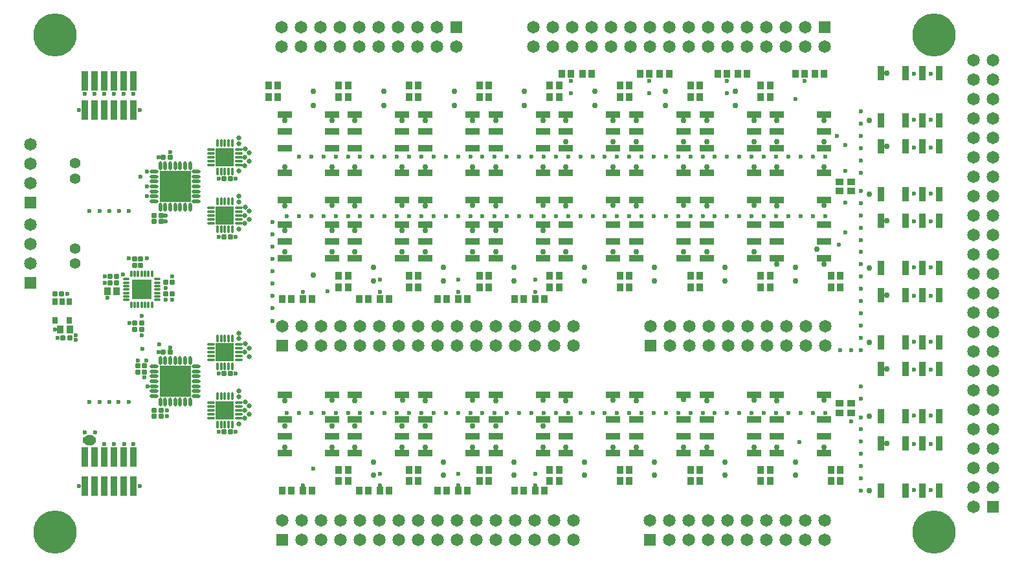
<source format=gts>
G04*
G04 #@! TF.GenerationSoftware,Altium Limited,Altium Designer,20.0.9 (164)*
G04*
G04 Layer_Color=8388736*
%FSLAX25Y25*%
%MOIN*%
G70*
G01*
G75*
%ADD34R,0.16063X0.16063*%
%ADD35O,0.03543X0.01378*%
%ADD36O,0.01378X0.03543*%
%ADD37R,0.10433X0.10433*%
%ADD38R,0.03937X0.03347*%
%ADD39O,0.03937X0.01575*%
%ADD40O,0.01575X0.03937*%
%ADD41R,0.09646X0.09646*%
G04:AMPARAMS|DCode=42|XSize=26.38mil|YSize=27.95mil|CornerRadius=8.07mil|HoleSize=0mil|Usage=FLASHONLY|Rotation=0.000|XOffset=0mil|YOffset=0mil|HoleType=Round|Shape=RoundedRectangle|*
%AMROUNDEDRECTD42*
21,1,0.02638,0.01181,0,0,0.0*
21,1,0.01024,0.02795,0,0,0.0*
1,1,0.01614,0.00512,-0.00591*
1,1,0.01614,-0.00512,-0.00591*
1,1,0.01614,-0.00512,0.00591*
1,1,0.01614,0.00512,0.00591*
%
%ADD42ROUNDEDRECTD42*%
%ADD43R,0.03347X0.07284*%
%ADD44O,0.04528X0.01772*%
%ADD45O,0.01772X0.04528*%
%ADD46R,0.03347X0.03937*%
%ADD47R,0.07284X0.03347*%
G04:AMPARAMS|DCode=48|XSize=26.38mil|YSize=27.95mil|CornerRadius=8.07mil|HoleSize=0mil|Usage=FLASHONLY|Rotation=90.000|XOffset=0mil|YOffset=0mil|HoleType=Round|Shape=RoundedRectangle|*
%AMROUNDEDRECTD48*
21,1,0.02638,0.01181,0,0,90.0*
21,1,0.01024,0.02795,0,0,90.0*
1,1,0.01614,0.00591,0.00512*
1,1,0.01614,0.00591,-0.00512*
1,1,0.01614,-0.00591,-0.00512*
1,1,0.01614,-0.00591,0.00512*
%
%ADD48ROUNDEDRECTD48*%
%ADD49R,0.03583X0.10039*%
%ADD50R,0.03091X0.03091*%
%ADD51R,0.02756X0.03740*%
%ADD52R,0.03425X0.04134*%
%ADD53R,0.06496X0.06496*%
%ADD54C,0.06496*%
%ADD55R,0.06496X0.06496*%
%ADD56C,0.05591*%
%ADD57C,0.02362*%
%ADD58C,0.02953*%
%ADD59C,0.03398*%
%ADD60C,0.02559*%
%ADD61C,0.22244*%
G36*
X39343Y61850D02*
X39354D01*
X39366Y61849D01*
X39377Y61848D01*
X39389Y61845D01*
X39400Y61843D01*
X39411Y61839D01*
X39423Y61837D01*
X39433Y61832D01*
X39444Y61829D01*
X40363Y61448D01*
X40374Y61443D01*
X40384Y61438D01*
X40394Y61432D01*
X40405Y61427D01*
X40414Y61420D01*
X40424Y61414D01*
X40433Y61406D01*
X40442Y61400D01*
X40450Y61392D01*
X40459Y61384D01*
X41162Y60681D01*
X41170Y60672D01*
X41178Y60664D01*
X41185Y60654D01*
X41193Y60645D01*
X41199Y60635D01*
X41206Y60626D01*
X41211Y60616D01*
X41217Y60606D01*
X41221Y60595D01*
X41227Y60585D01*
X41607Y59666D01*
X41611Y59655D01*
X41615Y59644D01*
X41618Y59633D01*
X41622Y59622D01*
X41623Y59610D01*
X41626Y59599D01*
X41627Y59587D01*
X41629Y59576D01*
Y59564D01*
X41630Y59552D01*
Y59055D01*
Y58558D01*
X41629Y58546D01*
Y58535D01*
X41627Y58523D01*
X41626Y58512D01*
X41623Y58500D01*
X41622Y58489D01*
X41618Y58478D01*
X41615Y58466D01*
X41611Y58455D01*
X41607Y58444D01*
X41227Y57526D01*
X41221Y57515D01*
X41217Y57504D01*
X41211Y57495D01*
X41206Y57484D01*
X41199Y57475D01*
X41193Y57465D01*
X41185Y57456D01*
X41178Y57447D01*
X41170Y57438D01*
X41162Y57429D01*
X40459Y56726D01*
X40450Y56719D01*
X40442Y56710D01*
X40433Y56704D01*
X40424Y56696D01*
X40414Y56690D01*
X40405Y56683D01*
X40394Y56678D01*
X40384Y56672D01*
X40374Y56667D01*
X40363Y56662D01*
X39444Y56282D01*
X39433Y56278D01*
X39423Y56273D01*
X39411Y56271D01*
X39400Y56267D01*
X39389Y56265D01*
X39377Y56263D01*
X39366Y56262D01*
X39354Y56260D01*
X39342D01*
X39331Y56259D01*
X38834D01*
X38787Y56263D01*
X38742Y56273D01*
X38699Y56291D01*
X38660Y56315D01*
X38624Y56346D01*
X38594Y56381D01*
X38583Y56400D01*
X38571Y56381D01*
X38541Y56346D01*
X38506Y56315D01*
X38466Y56291D01*
X38423Y56273D01*
X38378Y56263D01*
X38332Y56259D01*
X37834D01*
X37823Y56260D01*
X37811D01*
X37800Y56262D01*
X37788Y56263D01*
X37777Y56265D01*
X37765Y56267D01*
X37754Y56271D01*
X37743Y56273D01*
X37732Y56278D01*
X37721Y56282D01*
X36802Y56662D01*
X36792Y56667D01*
X36781Y56672D01*
X36771Y56678D01*
X36761Y56683D01*
X36751Y56690D01*
X36741Y56696D01*
X36733Y56704D01*
X36723Y56710D01*
X36715Y56719D01*
X36706Y56726D01*
X36003Y57429D01*
X35995Y57438D01*
X35987Y57447D01*
X35980Y57456D01*
X35973Y57465D01*
X35967Y57475D01*
X35960Y57484D01*
X35954Y57495D01*
X35948Y57504D01*
X35944Y57515D01*
X35939Y57526D01*
X35558Y58444D01*
X35554Y58455D01*
X35550Y58466D01*
X35547Y58478D01*
X35544Y58489D01*
X35542Y58500D01*
X35539Y58512D01*
X35538Y58523D01*
X35536Y58535D01*
Y58546D01*
X35535Y58558D01*
Y59055D01*
Y59552D01*
X35536Y59564D01*
Y59576D01*
X35538Y59587D01*
X35539Y59599D01*
X35542Y59610D01*
X35544Y59622D01*
X35547Y59633D01*
X35550Y59644D01*
X35554Y59655D01*
X35558Y59666D01*
X35939Y60585D01*
X35944Y60595D01*
X35948Y60606D01*
X35954Y60616D01*
X35960Y60626D01*
X35967Y60635D01*
X35973Y60645D01*
X35980Y60654D01*
X35987Y60664D01*
X35995Y60672D01*
X36003Y60681D01*
X36706Y61384D01*
X36715Y61392D01*
X36723Y61400D01*
X36733Y61406D01*
X36741Y61414D01*
X36751Y61420D01*
X36761Y61427D01*
X36771Y61432D01*
X36781Y61438D01*
X36792Y61443D01*
X36802Y61448D01*
X37721Y61829D01*
X37732Y61832D01*
X37743Y61837D01*
X37754Y61839D01*
X37765Y61843D01*
X37777Y61845D01*
X37788Y61848D01*
X37800Y61849D01*
X37811Y61850D01*
X37823D01*
X37834Y61851D01*
X38332D01*
X38378Y61848D01*
X38423Y61837D01*
X38466Y61819D01*
X38506Y61795D01*
X38541Y61765D01*
X38571Y61729D01*
X38583Y61711D01*
X38594Y61729D01*
X38624Y61765D01*
X38660Y61795D01*
X38699Y61819D01*
X38742Y61837D01*
X38787Y61848D01*
X38834Y61851D01*
X39331D01*
X39343Y61850D01*
D02*
G37*
D34*
X82677Y89370D02*
D03*
Y189764D02*
D03*
D35*
X73327Y131299D02*
D03*
Y133071D02*
D03*
Y134843D02*
D03*
X73327Y136614D02*
D03*
X73327Y138386D02*
D03*
Y140157D02*
D03*
Y141929D02*
D03*
X57382D02*
D03*
Y140157D02*
D03*
Y138386D02*
D03*
X57382Y136614D02*
D03*
X57382Y134843D02*
D03*
Y133071D02*
D03*
Y131299D02*
D03*
D36*
X70669Y144587D02*
D03*
X68898D02*
D03*
X67126D02*
D03*
X65354Y144587D02*
D03*
X63583Y144587D02*
D03*
X61811D02*
D03*
X60039D02*
D03*
Y128642D02*
D03*
X61811D02*
D03*
X63583D02*
D03*
X65354Y128642D02*
D03*
X67126Y128642D02*
D03*
X68898D02*
D03*
X70669D02*
D03*
D37*
X65354Y136614D02*
D03*
D38*
X424803Y73228D02*
D03*
X424803Y77953D02*
D03*
X430709Y73228D02*
D03*
X430709Y77953D02*
D03*
X424803Y187402D02*
D03*
Y192126D02*
D03*
X430709Y187402D02*
D03*
Y192126D02*
D03*
D39*
X101083Y108268D02*
D03*
Y106299D02*
D03*
Y104331D02*
D03*
Y102362D02*
D03*
Y100394D02*
D03*
X115453D02*
D03*
Y102362D02*
D03*
Y104331D02*
D03*
Y106299D02*
D03*
Y108268D02*
D03*
X101083Y208661D02*
D03*
Y206693D02*
D03*
Y204724D02*
D03*
Y202756D02*
D03*
Y200787D02*
D03*
X115453D02*
D03*
Y202756D02*
D03*
Y204724D02*
D03*
Y206693D02*
D03*
Y208661D02*
D03*
X101083Y178740D02*
D03*
Y176772D02*
D03*
Y174803D02*
D03*
Y172835D02*
D03*
Y170866D02*
D03*
X115453D02*
D03*
Y172835D02*
D03*
Y174803D02*
D03*
Y176772D02*
D03*
Y178740D02*
D03*
X101083Y78347D02*
D03*
Y76378D02*
D03*
Y74409D02*
D03*
Y72441D02*
D03*
Y70472D02*
D03*
X115453D02*
D03*
Y72441D02*
D03*
Y74409D02*
D03*
Y76378D02*
D03*
Y78347D02*
D03*
D40*
X104331Y97146D02*
D03*
X106299D02*
D03*
X108268D02*
D03*
X110236D02*
D03*
X112205D02*
D03*
Y111516D02*
D03*
X110236D02*
D03*
X108268D02*
D03*
X106299D02*
D03*
X104331D02*
D03*
Y197539D02*
D03*
X106299D02*
D03*
X108268D02*
D03*
X110236D02*
D03*
X112205D02*
D03*
Y211910D02*
D03*
X110236D02*
D03*
X108268D02*
D03*
X106299D02*
D03*
X104331D02*
D03*
Y167618D02*
D03*
X106299D02*
D03*
X108268D02*
D03*
X110236D02*
D03*
X112205D02*
D03*
Y181988D02*
D03*
X110236D02*
D03*
X108268D02*
D03*
X106299D02*
D03*
X104331D02*
D03*
Y67224D02*
D03*
X106299D02*
D03*
X108268D02*
D03*
X110236D02*
D03*
X112205D02*
D03*
Y81595D02*
D03*
X110236D02*
D03*
X108268D02*
D03*
X106299D02*
D03*
X104331D02*
D03*
D41*
X108268Y104331D02*
D03*
Y204724D02*
D03*
Y174803D02*
D03*
Y74409D02*
D03*
D42*
X111181Y93307D02*
D03*
X107717D02*
D03*
X76614Y204724D02*
D03*
X80079D02*
D03*
X75354Y174803D02*
D03*
X71890D02*
D03*
X75354Y171653D02*
D03*
X71890D02*
D03*
X111181Y193701D02*
D03*
X107717D02*
D03*
X111181Y163779D02*
D03*
X107717D02*
D03*
X76614Y104331D02*
D03*
X80079D02*
D03*
X75354Y71260D02*
D03*
X71890D02*
D03*
X75354Y74410D02*
D03*
X71890D02*
D03*
X111181Y63386D02*
D03*
X107717D02*
D03*
X49055Y143307D02*
D03*
X52520D02*
D03*
X81260Y140551D02*
D03*
X77795D02*
D03*
X63465Y97244D02*
D03*
X66929D02*
D03*
X63465Y94095D02*
D03*
X66929D02*
D03*
X61890Y116142D02*
D03*
X65354D02*
D03*
X61890Y119291D02*
D03*
X65354D02*
D03*
X28346Y111811D02*
D03*
X24882D02*
D03*
X20709Y134252D02*
D03*
X24173Y134252D02*
D03*
X52520Y140157D02*
D03*
X49055D02*
D03*
X77795Y134252D02*
D03*
X81260D02*
D03*
D43*
X446063Y33071D02*
D03*
X458661D02*
D03*
X467323D02*
D03*
X475984D02*
D03*
Y57480D02*
D03*
X467323D02*
D03*
X458661D02*
D03*
X446063D02*
D03*
Y71260D02*
D03*
X458661D02*
D03*
X467323D02*
D03*
X475984D02*
D03*
Y95669D02*
D03*
X467323D02*
D03*
X458661D02*
D03*
X446063D02*
D03*
Y109449D02*
D03*
X458661D02*
D03*
X467323D02*
D03*
X475984D02*
D03*
Y133858D02*
D03*
X467323D02*
D03*
X458661D02*
D03*
X446063D02*
D03*
Y147638D02*
D03*
X458661D02*
D03*
X467323D02*
D03*
X475984D02*
D03*
Y172047D02*
D03*
X467323D02*
D03*
X458661D02*
D03*
X446063D02*
D03*
Y185827D02*
D03*
X458661D02*
D03*
X467323D02*
D03*
X475984D02*
D03*
Y210236D02*
D03*
X467323D02*
D03*
X458661D02*
D03*
X446063D02*
D03*
X446063Y223622D02*
D03*
X458661D02*
D03*
X467323D02*
D03*
X475984D02*
D03*
Y248031D02*
D03*
X467323D02*
D03*
X458661D02*
D03*
X446063D02*
D03*
D44*
X93405Y197441D02*
D03*
Y194882D02*
D03*
Y192323D02*
D03*
Y189764D02*
D03*
Y187205D02*
D03*
Y184646D02*
D03*
Y182087D02*
D03*
X71949D02*
D03*
Y184646D02*
D03*
Y187205D02*
D03*
Y189764D02*
D03*
Y192323D02*
D03*
Y194882D02*
D03*
Y197441D02*
D03*
X93405Y97047D02*
D03*
Y94488D02*
D03*
Y91929D02*
D03*
Y89370D02*
D03*
Y86811D02*
D03*
Y84252D02*
D03*
Y81693D02*
D03*
X71949D02*
D03*
Y84252D02*
D03*
Y86811D02*
D03*
Y89370D02*
D03*
Y91929D02*
D03*
Y94488D02*
D03*
Y97047D02*
D03*
D45*
X90354Y179035D02*
D03*
X87795D02*
D03*
X85236D02*
D03*
X82677D02*
D03*
X80118D02*
D03*
X77559D02*
D03*
X75000D02*
D03*
Y200492D02*
D03*
X77559D02*
D03*
X80118D02*
D03*
X82677D02*
D03*
X85236D02*
D03*
X87795D02*
D03*
X90354D02*
D03*
Y78642D02*
D03*
X87795D02*
D03*
X85236D02*
D03*
X82677D02*
D03*
X80118D02*
D03*
X77559D02*
D03*
X75000D02*
D03*
Y100098D02*
D03*
X77559D02*
D03*
X80118D02*
D03*
X82677D02*
D03*
X85236D02*
D03*
X87795D02*
D03*
X90354D02*
D03*
D46*
X135433Y235827D02*
D03*
X130709D02*
D03*
X135433Y241732D02*
D03*
X130709D02*
D03*
X286614Y247638D02*
D03*
X281890D02*
D03*
X297244Y247638D02*
D03*
X292520Y247638D02*
D03*
X326772D02*
D03*
X322047D02*
D03*
X337008D02*
D03*
X332283D02*
D03*
X366929D02*
D03*
X362205D02*
D03*
X377165D02*
D03*
X372441D02*
D03*
X406693D02*
D03*
X401968D02*
D03*
X416929D02*
D03*
X412205D02*
D03*
X171653Y241732D02*
D03*
X166929D02*
D03*
X207874D02*
D03*
X203150D02*
D03*
X244094D02*
D03*
X239370D02*
D03*
X280315D02*
D03*
X275591D02*
D03*
X316535D02*
D03*
X311811D02*
D03*
X352756D02*
D03*
X348031D02*
D03*
X388976D02*
D03*
X384252D02*
D03*
X171653Y235827D02*
D03*
X166929D02*
D03*
X207874D02*
D03*
X203150D02*
D03*
X244094D02*
D03*
X239370D02*
D03*
X280315D02*
D03*
X275591D02*
D03*
X316535D02*
D03*
X311811D02*
D03*
X352756D02*
D03*
X348031D02*
D03*
X388976D02*
D03*
X384252D02*
D03*
X420472Y143701D02*
D03*
X425197D02*
D03*
X420472Y137795D02*
D03*
X425197D02*
D03*
X268110Y131890D02*
D03*
X272835D02*
D03*
X257480D02*
D03*
X262205D02*
D03*
X228346D02*
D03*
X233071D02*
D03*
X217717D02*
D03*
X222441D02*
D03*
X188189D02*
D03*
X192913D02*
D03*
X177559D02*
D03*
X182283D02*
D03*
X148425D02*
D03*
X153150D02*
D03*
X137795D02*
D03*
X142520D02*
D03*
X384252Y137795D02*
D03*
X388976Y137795D02*
D03*
X348031Y137795D02*
D03*
X352756D02*
D03*
X311811D02*
D03*
X316535D02*
D03*
X275591Y137795D02*
D03*
X280315Y137795D02*
D03*
X239370Y137795D02*
D03*
X244094D02*
D03*
X203150Y137795D02*
D03*
X207874D02*
D03*
X166929Y137795D02*
D03*
X171653D02*
D03*
X384252Y143701D02*
D03*
X388976D02*
D03*
X348031D02*
D03*
X352756D02*
D03*
X311811D02*
D03*
X316535D02*
D03*
X275591D02*
D03*
X280315D02*
D03*
X239370D02*
D03*
X244094D02*
D03*
X203150Y143701D02*
D03*
X207874Y143701D02*
D03*
X166929Y143701D02*
D03*
X171653D02*
D03*
X420472Y43701D02*
D03*
X425197D02*
D03*
X420472Y38189D02*
D03*
X425197D02*
D03*
X268110Y33071D02*
D03*
X272835D02*
D03*
X257480D02*
D03*
X262205D02*
D03*
X228346D02*
D03*
X233071D02*
D03*
X217717D02*
D03*
X222441D02*
D03*
X188189D02*
D03*
X192913D02*
D03*
X177559D02*
D03*
X182283Y33071D02*
D03*
X148425Y33071D02*
D03*
X153150Y33071D02*
D03*
X137795Y33071D02*
D03*
X142520D02*
D03*
X384252Y38189D02*
D03*
X388976D02*
D03*
X348031D02*
D03*
X352756D02*
D03*
X311811D02*
D03*
X316535D02*
D03*
X275591D02*
D03*
X280315D02*
D03*
X239370D02*
D03*
X244094D02*
D03*
X203150D02*
D03*
X207874D02*
D03*
X166929D02*
D03*
X171653D02*
D03*
X384252Y43701D02*
D03*
X388976D02*
D03*
X348031D02*
D03*
X352756D02*
D03*
X311811D02*
D03*
X316535D02*
D03*
X275591D02*
D03*
X280315D02*
D03*
X239370D02*
D03*
X244094D02*
D03*
X203150D02*
D03*
X207874D02*
D03*
X166929D02*
D03*
X171653D02*
D03*
X47638Y135827D02*
D03*
X52362D02*
D03*
D47*
X163386Y196850D02*
D03*
X163386Y209449D02*
D03*
Y218110D02*
D03*
Y226772D02*
D03*
X138976D02*
D03*
X138976Y218110D02*
D03*
X138976Y209449D02*
D03*
X138976Y196850D02*
D03*
X199606Y196850D02*
D03*
Y209449D02*
D03*
X199606Y218110D02*
D03*
X199606Y226772D02*
D03*
X175197D02*
D03*
X175197Y218110D02*
D03*
X175197Y209449D02*
D03*
Y196850D02*
D03*
X235827Y196850D02*
D03*
X235827Y209449D02*
D03*
Y218110D02*
D03*
X235827Y226772D02*
D03*
X211417D02*
D03*
Y218110D02*
D03*
X211417Y209449D02*
D03*
X211417Y196850D02*
D03*
X272047Y196850D02*
D03*
X272047Y209449D02*
D03*
X272047Y218110D02*
D03*
Y226772D02*
D03*
X247638D02*
D03*
Y218110D02*
D03*
X247638Y209449D02*
D03*
Y196850D02*
D03*
X308268D02*
D03*
Y209449D02*
D03*
Y218110D02*
D03*
Y226772D02*
D03*
X283858Y226772D02*
D03*
X283858Y218110D02*
D03*
X283858Y209449D02*
D03*
Y196850D02*
D03*
X344488D02*
D03*
Y209449D02*
D03*
X344488Y218110D02*
D03*
X344488Y226772D02*
D03*
X320079Y226772D02*
D03*
X320079Y218110D02*
D03*
X320079Y209449D02*
D03*
Y196850D02*
D03*
X380709Y196850D02*
D03*
Y209449D02*
D03*
Y218110D02*
D03*
Y226772D02*
D03*
X356299Y226772D02*
D03*
X356299Y218110D02*
D03*
X356299Y209449D02*
D03*
X356299Y196850D02*
D03*
X416929Y196850D02*
D03*
Y209449D02*
D03*
X416929Y218110D02*
D03*
X416929Y226772D02*
D03*
X392520Y226772D02*
D03*
X392520Y218110D02*
D03*
X392520Y209449D02*
D03*
X392520Y196850D02*
D03*
X392520Y182677D02*
D03*
Y170079D02*
D03*
Y161417D02*
D03*
Y152756D02*
D03*
X416929D02*
D03*
Y161417D02*
D03*
X416929Y170079D02*
D03*
Y182677D02*
D03*
X356299Y182677D02*
D03*
Y170079D02*
D03*
Y161417D02*
D03*
Y152756D02*
D03*
X380709D02*
D03*
Y161417D02*
D03*
X380709Y170079D02*
D03*
Y182677D02*
D03*
X320079D02*
D03*
Y170079D02*
D03*
X320079Y161417D02*
D03*
X320079Y152756D02*
D03*
X344488Y152756D02*
D03*
X344488Y161417D02*
D03*
X344488Y170079D02*
D03*
Y182677D02*
D03*
X283858D02*
D03*
Y170079D02*
D03*
Y161417D02*
D03*
Y152756D02*
D03*
X308268D02*
D03*
Y161417D02*
D03*
X308268Y170079D02*
D03*
X308268Y182677D02*
D03*
X247638Y182677D02*
D03*
Y170079D02*
D03*
Y161417D02*
D03*
Y152756D02*
D03*
X272047D02*
D03*
Y161417D02*
D03*
X272047Y170079D02*
D03*
Y182677D02*
D03*
X211417Y182677D02*
D03*
Y170079D02*
D03*
Y161417D02*
D03*
Y152756D02*
D03*
X235827Y152756D02*
D03*
X235827Y161417D02*
D03*
X235827Y170079D02*
D03*
Y182677D02*
D03*
X175197Y182677D02*
D03*
Y170079D02*
D03*
Y161417D02*
D03*
Y152756D02*
D03*
X199606D02*
D03*
Y161417D02*
D03*
X199606Y170079D02*
D03*
Y182677D02*
D03*
X138976Y182677D02*
D03*
Y170079D02*
D03*
X138976Y161417D02*
D03*
X138976Y152756D02*
D03*
X163386Y152756D02*
D03*
X163386Y161417D02*
D03*
X163386Y170079D02*
D03*
Y182677D02*
D03*
X392520Y82284D02*
D03*
Y69685D02*
D03*
X392520Y61024D02*
D03*
X392520Y52362D02*
D03*
X416929D02*
D03*
Y61024D02*
D03*
Y69685D02*
D03*
Y82284D02*
D03*
X356299Y82284D02*
D03*
Y69685D02*
D03*
Y61024D02*
D03*
Y52362D02*
D03*
X380709D02*
D03*
Y61024D02*
D03*
X380709Y69685D02*
D03*
Y82284D02*
D03*
X320079D02*
D03*
Y69685D02*
D03*
Y61024D02*
D03*
Y52362D02*
D03*
X344488Y52362D02*
D03*
X344488Y61024D02*
D03*
X344488Y69685D02*
D03*
Y82284D02*
D03*
X283858Y82284D02*
D03*
Y69685D02*
D03*
Y61024D02*
D03*
Y52362D02*
D03*
X308268D02*
D03*
X308268Y61024D02*
D03*
X308268Y69685D02*
D03*
Y82284D02*
D03*
X247638Y82284D02*
D03*
X247638Y69685D02*
D03*
X247638Y61024D02*
D03*
X247638Y52362D02*
D03*
X272047D02*
D03*
Y61024D02*
D03*
X272047Y69685D02*
D03*
Y82284D02*
D03*
X211417Y82284D02*
D03*
X211417Y69685D02*
D03*
X211417Y61024D02*
D03*
X211417Y52362D02*
D03*
X235827D02*
D03*
Y61024D02*
D03*
X235827Y69685D02*
D03*
Y82284D02*
D03*
X175197Y82284D02*
D03*
Y69685D02*
D03*
Y61024D02*
D03*
Y52362D02*
D03*
X199606Y52362D02*
D03*
Y61024D02*
D03*
X199606Y69685D02*
D03*
Y82284D02*
D03*
X138976Y82284D02*
D03*
X138976Y69685D02*
D03*
Y61024D02*
D03*
X138976Y52362D02*
D03*
X163386Y52362D02*
D03*
Y61024D02*
D03*
X163386Y69685D02*
D03*
X163386Y82284D02*
D03*
D48*
X64961Y152520D02*
D03*
Y149055D02*
D03*
X61811Y152520D02*
D03*
Y149055D02*
D03*
D49*
X61221Y244094D02*
D03*
Y229095D02*
D03*
X56221Y244094D02*
D03*
Y229095D02*
D03*
X51221Y244094D02*
D03*
Y229095D02*
D03*
X46220Y244094D02*
D03*
Y229095D02*
D03*
X41221Y244094D02*
D03*
Y229095D02*
D03*
X36220Y244094D02*
D03*
Y229095D02*
D03*
X61221Y50433D02*
D03*
Y35433D02*
D03*
X56221Y50433D02*
D03*
Y35433D02*
D03*
X51221Y50433D02*
D03*
Y35433D02*
D03*
X46220Y50433D02*
D03*
Y35433D02*
D03*
X41221Y50433D02*
D03*
Y35433D02*
D03*
X36220Y50433D02*
D03*
Y35433D02*
D03*
D50*
X36583Y59055D02*
D03*
X40583D02*
D03*
D51*
X20669Y120669D02*
D03*
X28150Y120669D02*
D03*
X20669Y130512D02*
D03*
X24409D02*
D03*
X28150Y130512D02*
D03*
D52*
X28346Y116142D02*
D03*
X23622D02*
D03*
D53*
X137795Y7874D02*
D03*
X327165D02*
D03*
X227559Y271654D02*
D03*
X417087D02*
D03*
X327323Y107717D02*
D03*
X137795D02*
D03*
D54*
X137795Y17874D02*
D03*
X147795Y7874D02*
D03*
Y17874D02*
D03*
X157795Y7874D02*
D03*
Y17874D02*
D03*
X167795Y7874D02*
D03*
X167795Y17874D02*
D03*
X177795Y7874D02*
D03*
X177795Y17874D02*
D03*
X187795Y7874D02*
D03*
X187795Y17874D02*
D03*
X197795Y7874D02*
D03*
X197795Y17874D02*
D03*
X207795Y7874D02*
D03*
X207795Y17874D02*
D03*
X217795Y7874D02*
D03*
X217795Y17874D02*
D03*
X227795Y7874D02*
D03*
X227795Y17874D02*
D03*
X237795Y7874D02*
D03*
X237795Y17874D02*
D03*
X247795Y7874D02*
D03*
X247795Y17874D02*
D03*
X257795Y7874D02*
D03*
X257795Y17874D02*
D03*
X267795Y7874D02*
D03*
X267795Y17874D02*
D03*
X277795Y7874D02*
D03*
X277795Y17874D02*
D03*
X287795Y7874D02*
D03*
X287795Y17874D02*
D03*
X417165D02*
D03*
X417165Y7874D02*
D03*
X407165Y17874D02*
D03*
X407165Y7874D02*
D03*
X397165Y17874D02*
D03*
Y7874D02*
D03*
X387165Y17874D02*
D03*
Y7874D02*
D03*
X377165Y17874D02*
D03*
X377165Y7874D02*
D03*
X367165Y17874D02*
D03*
X367165Y7874D02*
D03*
X357165Y17874D02*
D03*
X357165Y7874D02*
D03*
X347165Y17874D02*
D03*
X347165Y7874D02*
D03*
X337165Y17874D02*
D03*
X337165Y7874D02*
D03*
X327165Y17874D02*
D03*
X493937Y24803D02*
D03*
X503937Y34803D02*
D03*
X493937D02*
D03*
X503937Y44803D02*
D03*
X493937Y44803D02*
D03*
X503937Y54803D02*
D03*
X493937Y54803D02*
D03*
X503937Y64803D02*
D03*
X493937D02*
D03*
X503937Y74803D02*
D03*
X493937D02*
D03*
X503937Y84803D02*
D03*
X493937Y84803D02*
D03*
X503937Y94803D02*
D03*
X493937Y94803D02*
D03*
X503937Y104803D02*
D03*
X493937Y104803D02*
D03*
X503937Y114803D02*
D03*
X493937Y114803D02*
D03*
X503937Y124803D02*
D03*
X493937D02*
D03*
X503937Y134803D02*
D03*
X493937Y134803D02*
D03*
X503937Y144803D02*
D03*
X493937Y144803D02*
D03*
X503937Y154803D02*
D03*
X493937Y154803D02*
D03*
X503937Y164803D02*
D03*
X493937D02*
D03*
X503937Y174803D02*
D03*
X493937Y174803D02*
D03*
X503937Y184803D02*
D03*
X493937Y184803D02*
D03*
X503937Y194803D02*
D03*
X493937Y194803D02*
D03*
X503937Y204803D02*
D03*
X493937Y204803D02*
D03*
X503937Y214803D02*
D03*
X493937D02*
D03*
X503937Y224803D02*
D03*
X493937Y224803D02*
D03*
X503937Y234803D02*
D03*
X493937Y234803D02*
D03*
X503937Y244803D02*
D03*
X493937Y244803D02*
D03*
X503937Y254803D02*
D03*
X493937Y254803D02*
D03*
X227559Y261653D02*
D03*
X217559Y271654D02*
D03*
Y261653D02*
D03*
X207559Y271654D02*
D03*
Y261653D02*
D03*
X197559Y271654D02*
D03*
X197559Y261653D02*
D03*
X187559Y271654D02*
D03*
X187559Y261653D02*
D03*
X177559Y271654D02*
D03*
Y261653D02*
D03*
X167559Y271654D02*
D03*
X167559Y261653D02*
D03*
X157559Y271654D02*
D03*
X157559Y261653D02*
D03*
X147559Y271654D02*
D03*
X147559Y261653D02*
D03*
X137559Y271654D02*
D03*
X137559Y261653D02*
D03*
X267087Y261653D02*
D03*
Y271654D02*
D03*
X277087Y261653D02*
D03*
Y271654D02*
D03*
X287087Y261653D02*
D03*
Y271654D02*
D03*
X297087Y261653D02*
D03*
X297087Y271654D02*
D03*
X307087Y261653D02*
D03*
X307087Y271654D02*
D03*
X317087Y261653D02*
D03*
Y271654D02*
D03*
X327087Y261653D02*
D03*
Y271654D02*
D03*
X337087Y261653D02*
D03*
Y271654D02*
D03*
X347087Y261653D02*
D03*
X347087Y271654D02*
D03*
X357087Y261653D02*
D03*
Y271654D02*
D03*
X367087Y261653D02*
D03*
Y271654D02*
D03*
X377087Y261653D02*
D03*
Y271654D02*
D03*
X387087Y261653D02*
D03*
Y271654D02*
D03*
X397087Y261653D02*
D03*
X397087Y271654D02*
D03*
X407087Y261653D02*
D03*
Y271654D02*
D03*
X417087Y261653D02*
D03*
X327323Y117717D02*
D03*
X337323Y107717D02*
D03*
Y117717D02*
D03*
X347323Y107717D02*
D03*
Y117717D02*
D03*
X357323Y107717D02*
D03*
Y117717D02*
D03*
X367323Y107717D02*
D03*
X367323Y117717D02*
D03*
X377323Y107717D02*
D03*
Y117717D02*
D03*
X387323Y107717D02*
D03*
X387323Y117717D02*
D03*
X397323Y107717D02*
D03*
X397323Y117717D02*
D03*
X407323Y107717D02*
D03*
X407323Y117717D02*
D03*
X417323Y107717D02*
D03*
X417323Y117717D02*
D03*
X287795D02*
D03*
X287795Y107717D02*
D03*
X277795Y117717D02*
D03*
Y107717D02*
D03*
X267795Y117717D02*
D03*
Y107717D02*
D03*
X257795Y117717D02*
D03*
X257795Y107717D02*
D03*
X247795Y117717D02*
D03*
Y107717D02*
D03*
X237795Y117717D02*
D03*
Y107717D02*
D03*
X227795Y117717D02*
D03*
Y107717D02*
D03*
X217795Y117717D02*
D03*
Y107717D02*
D03*
X207795Y117717D02*
D03*
Y107717D02*
D03*
X197795Y117717D02*
D03*
X197795Y107717D02*
D03*
X187795Y117717D02*
D03*
X187795Y107717D02*
D03*
X177795Y117717D02*
D03*
Y107717D02*
D03*
X167795Y117717D02*
D03*
X167795Y107717D02*
D03*
X157795Y117717D02*
D03*
Y107717D02*
D03*
X147795Y117717D02*
D03*
X147795Y107717D02*
D03*
X137795Y117717D02*
D03*
X8268Y211496D02*
D03*
Y201496D02*
D03*
Y191496D02*
D03*
Y170079D02*
D03*
Y160079D02*
D03*
Y150079D02*
D03*
D55*
X503937Y24803D02*
D03*
X8268Y181496D02*
D03*
Y140079D02*
D03*
D56*
X31102Y157874D02*
D03*
Y150000D02*
D03*
Y193701D02*
D03*
Y201575D02*
D03*
D57*
X66929Y91339D02*
D03*
X417323Y73228D02*
D03*
X411024D02*
D03*
X404724D02*
D03*
X398425D02*
D03*
X392126D02*
D03*
X385827D02*
D03*
X379528D02*
D03*
X373228D02*
D03*
X366929D02*
D03*
X360630D02*
D03*
X354331D02*
D03*
X348031D02*
D03*
X341732D02*
D03*
X335433D02*
D03*
X329134D02*
D03*
X322835D02*
D03*
X316535D02*
D03*
X310236D02*
D03*
X303937D02*
D03*
X297638D02*
D03*
X291339D02*
D03*
X285039D02*
D03*
X278740D02*
D03*
X272441D02*
D03*
X266142D02*
D03*
X259842D02*
D03*
X253543D02*
D03*
X247244D02*
D03*
X240945D02*
D03*
X234646D02*
D03*
X228346D02*
D03*
X222047D02*
D03*
X215748D02*
D03*
X209449D02*
D03*
X203150D02*
D03*
X196850D02*
D03*
X190551D02*
D03*
X184252D02*
D03*
X177953D02*
D03*
X171653D02*
D03*
X165354D02*
D03*
X159055D02*
D03*
X152756D02*
D03*
X146457D02*
D03*
X140157D02*
D03*
X417323Y205118D02*
D03*
X411024D02*
D03*
X404724D02*
D03*
X398425D02*
D03*
X392126D02*
D03*
X385827D02*
D03*
X379528D02*
D03*
X373228D02*
D03*
X366929D02*
D03*
X360630D02*
D03*
X354331D02*
D03*
X348031D02*
D03*
X341732D02*
D03*
X335433D02*
D03*
X329134D02*
D03*
X322835D02*
D03*
X316535D02*
D03*
X310236D02*
D03*
X303937D02*
D03*
X297638D02*
D03*
X291339D02*
D03*
X285039D02*
D03*
X278740D02*
D03*
X272441D02*
D03*
X266142D02*
D03*
X259842D02*
D03*
X253543D02*
D03*
X247244D02*
D03*
X240945D02*
D03*
X234646D02*
D03*
X228346D02*
D03*
X222047D02*
D03*
X215748D02*
D03*
X209449D02*
D03*
X203150D02*
D03*
X196850D02*
D03*
X190551D02*
D03*
X184252D02*
D03*
X177953D02*
D03*
X171653D02*
D03*
X165354D02*
D03*
X159055D02*
D03*
X152756D02*
D03*
X146457D02*
D03*
X58661Y78740D02*
D03*
X53543D02*
D03*
X48819D02*
D03*
X43701D02*
D03*
X38583D02*
D03*
X58661Y177165D02*
D03*
X53937D02*
D03*
X48819D02*
D03*
X43701D02*
D03*
X38583D02*
D03*
X68110Y197244D02*
D03*
X64961Y194882D02*
D03*
X74410Y108268D02*
D03*
X65748Y105905D02*
D03*
X67716Y100000D02*
D03*
X63386D02*
D03*
X64567Y35433D02*
D03*
X33071D02*
D03*
X64527Y229095D02*
D03*
X33071Y229134D02*
D03*
X65354Y112992D02*
D03*
X81102Y143307D02*
D03*
X59055Y119291D02*
D03*
X65354Y123228D02*
D03*
X68110Y152756D02*
D03*
X58661D02*
D03*
X55905Y144488D02*
D03*
X46457Y143307D02*
D03*
X77953Y137402D02*
D03*
X61221Y237402D02*
D03*
X56221Y237402D02*
D03*
X51221D02*
D03*
X46220D02*
D03*
X41221D02*
D03*
X36220Y237402D02*
D03*
X423622Y215748D02*
D03*
X427953Y211024D02*
D03*
Y197638D02*
D03*
X424409Y159843D02*
D03*
X427953Y166142D02*
D03*
Y181496D02*
D03*
X471654Y224016D02*
D03*
X462992D02*
D03*
Y247638D02*
D03*
X471654D02*
D03*
Y186221D02*
D03*
X462992D02*
D03*
Y209842D02*
D03*
X471654D02*
D03*
Y148031D02*
D03*
X462992D02*
D03*
Y171653D02*
D03*
X471654D02*
D03*
Y109843D02*
D03*
X462992D02*
D03*
Y133465D02*
D03*
X471654D02*
D03*
Y71653D02*
D03*
X462992D02*
D03*
Y95276D02*
D03*
X471654D02*
D03*
Y57087D02*
D03*
X462992D02*
D03*
Y33465D02*
D03*
X471654D02*
D03*
X140157Y174409D02*
D03*
X146457D02*
D03*
X152756D02*
D03*
X159055D02*
D03*
X165354D02*
D03*
X171653D02*
D03*
X177953D02*
D03*
X184252D02*
D03*
X190551D02*
D03*
X196850D02*
D03*
X203150D02*
D03*
X209449D02*
D03*
X215748D02*
D03*
X222047D02*
D03*
X228346D02*
D03*
X234646D02*
D03*
X240945D02*
D03*
X247244D02*
D03*
X253543D02*
D03*
X259842D02*
D03*
X266142D02*
D03*
X272441D02*
D03*
X278740D02*
D03*
X285039D02*
D03*
X291339D02*
D03*
X297638D02*
D03*
X303937D02*
D03*
X310236D02*
D03*
X316535D02*
D03*
X322835D02*
D03*
X329134D02*
D03*
X335433D02*
D03*
X341732D02*
D03*
X348031D02*
D03*
X354331D02*
D03*
X360630D02*
D03*
X366929D02*
D03*
X373228D02*
D03*
X379528D02*
D03*
X385827D02*
D03*
X392126D02*
D03*
X398425D02*
D03*
X404724D02*
D03*
X411024D02*
D03*
X417323D02*
D03*
X61024Y57087D02*
D03*
X56299D02*
D03*
X51181D02*
D03*
X46063D02*
D03*
X36220Y62992D02*
D03*
X41339D02*
D03*
X81102Y131496D02*
D03*
X77953D02*
D03*
X46457Y140157D02*
D03*
X47638Y132283D02*
D03*
X31496Y110630D02*
D03*
Y112992D02*
D03*
X20866Y116142D02*
D03*
X22047Y111811D02*
D03*
X27165Y134252D02*
D03*
X430762Y68823D02*
D03*
X403966Y58209D02*
D03*
X161024Y135827D02*
D03*
X430709Y105512D02*
D03*
X425189D02*
D03*
X153937Y44488D02*
D03*
X148425Y35827D02*
D03*
X268110Y41732D02*
D03*
Y35827D02*
D03*
X188189Y41732D02*
D03*
Y35827D02*
D03*
X228346Y41732D02*
D03*
Y35827D02*
D03*
X435827Y33071D02*
D03*
Y39370D02*
D03*
Y45669D02*
D03*
Y51968D02*
D03*
Y58268D02*
D03*
Y64567D02*
D03*
Y70866D02*
D03*
Y80315D02*
D03*
Y86614D02*
D03*
Y105512D02*
D03*
Y111811D02*
D03*
Y118110D02*
D03*
Y124409D02*
D03*
Y130709D02*
D03*
Y137008D02*
D03*
Y143307D02*
D03*
Y149606D02*
D03*
Y155905D02*
D03*
Y162205D02*
D03*
Y168504D02*
D03*
Y174803D02*
D03*
Y228346D02*
D03*
Y222047D02*
D03*
Y215748D02*
D03*
Y209449D02*
D03*
Y203150D02*
D03*
Y196850D02*
D03*
Y187402D02*
D03*
Y181102D02*
D03*
X132677Y120472D02*
D03*
Y127165D02*
D03*
Y133465D02*
D03*
Y139764D02*
D03*
Y146063D02*
D03*
Y152362D02*
D03*
Y158661D02*
D03*
Y164961D02*
D03*
Y171260D02*
D03*
X148425Y135433D02*
D03*
X268110Y141732D02*
D03*
Y135433D02*
D03*
X228346Y141732D02*
D03*
Y135433D02*
D03*
X188189Y141732D02*
D03*
Y135433D02*
D03*
X286614Y244094D02*
D03*
Y237795D02*
D03*
X401968Y234646D02*
D03*
X406693Y244094D02*
D03*
X366929D02*
D03*
Y237795D02*
D03*
X326772D02*
D03*
Y244094D02*
D03*
X80085Y106841D02*
D03*
X80172Y207272D02*
D03*
X74016Y104331D02*
D03*
Y204724D02*
D03*
X113779Y63386D02*
D03*
X105118D02*
D03*
X113779Y93307D02*
D03*
X105118D02*
D03*
Y163779D02*
D03*
X113779D02*
D03*
X77953Y171653D02*
D03*
Y174803D02*
D03*
X68110Y184646D02*
D03*
Y189764D02*
D03*
X68379Y86721D02*
D03*
X78347Y71260D02*
D03*
Y74410D02*
D03*
X113779Y193701D02*
D03*
X105118D02*
D03*
D58*
X163445Y79854D02*
D03*
X416892Y79783D02*
D03*
X380639Y79773D02*
D03*
X344506Y79924D02*
D03*
X308223Y79753D02*
D03*
X272011Y79714D02*
D03*
X235785Y79774D02*
D03*
X199657Y79668D02*
D03*
X392521Y179750D02*
D03*
X356301D02*
D03*
X320080Y179750D02*
D03*
X283860Y179750D02*
D03*
X247639D02*
D03*
X211419D02*
D03*
X138978D02*
D03*
X175198Y179750D02*
D03*
X163384Y199778D02*
D03*
X199605Y199778D02*
D03*
X235825D02*
D03*
X272046Y199778D02*
D03*
X308266Y199778D02*
D03*
X344487D02*
D03*
X380707D02*
D03*
X416928Y199778D02*
D03*
X138976Y66536D02*
D03*
X163386Y66535D02*
D03*
X272047Y66536D02*
D03*
X247638Y66536D02*
D03*
X235827Y66535D02*
D03*
X211417D02*
D03*
X199606D02*
D03*
X175197Y66536D02*
D03*
X416929Y55512D02*
D03*
X392520D02*
D03*
X380709D02*
D03*
X356299D02*
D03*
X344488Y55512D02*
D03*
X320079Y55512D02*
D03*
X308268D02*
D03*
X283858D02*
D03*
X272047D02*
D03*
X247638D02*
D03*
X235827D02*
D03*
X211417D02*
D03*
X199606Y55512D02*
D03*
X175197Y55512D02*
D03*
X163386Y55512D02*
D03*
X138976Y55512D02*
D03*
X401968Y47638D02*
D03*
Y40945D02*
D03*
X365748Y47638D02*
D03*
Y40945D02*
D03*
X329528Y47638D02*
D03*
Y40945D02*
D03*
X293307Y47638D02*
D03*
Y40945D02*
D03*
X257087Y47638D02*
D03*
Y40945D02*
D03*
X184646Y47638D02*
D03*
Y40945D02*
D03*
X220866D02*
D03*
Y47638D02*
D03*
X272047Y166929D02*
D03*
X247638D02*
D03*
X235827Y166929D02*
D03*
X211417Y166929D02*
D03*
X199606D02*
D03*
X175197D02*
D03*
X163386D02*
D03*
X138976D02*
D03*
X138976Y155905D02*
D03*
X163386Y155905D02*
D03*
X175197Y155905D02*
D03*
X199606D02*
D03*
X211417D02*
D03*
X235827Y155905D02*
D03*
X247638Y155905D02*
D03*
X272047D02*
D03*
X283858D02*
D03*
X308268D02*
D03*
X320079D02*
D03*
X344488Y155905D02*
D03*
X356299Y155905D02*
D03*
X380709D02*
D03*
X392520Y149606D02*
D03*
X416929D02*
D03*
X412992Y157480D02*
D03*
X392520Y223622D02*
D03*
X416929Y223622D02*
D03*
X416929Y212598D02*
D03*
X392520D02*
D03*
X380709D02*
D03*
X356299Y212598D02*
D03*
X344488Y212598D02*
D03*
X320079Y212598D02*
D03*
X308268Y212598D02*
D03*
X283858D02*
D03*
X153937Y231496D02*
D03*
Y238583D02*
D03*
X153937Y144095D02*
D03*
X184646Y148031D02*
D03*
Y140945D02*
D03*
X220866Y148031D02*
D03*
Y140945D02*
D03*
X257087Y148031D02*
D03*
Y140945D02*
D03*
X293307Y148031D02*
D03*
Y140945D02*
D03*
X329528Y148031D02*
D03*
Y140945D02*
D03*
X365748Y148031D02*
D03*
Y140945D02*
D03*
X401968D02*
D03*
Y148031D02*
D03*
X380709Y223622D02*
D03*
X356299Y223622D02*
D03*
X344488Y223622D02*
D03*
X320079Y223622D02*
D03*
X308268Y223622D02*
D03*
X283858Y223622D02*
D03*
X272047Y223622D02*
D03*
X247638D02*
D03*
X235827Y223622D02*
D03*
X211417D02*
D03*
X199606D02*
D03*
X175197D02*
D03*
X138976Y223622D02*
D03*
X163386D02*
D03*
X449213Y57480D02*
D03*
Y95669D02*
D03*
Y133858D02*
D03*
Y172047D02*
D03*
Y210236D02*
D03*
Y248031D02*
D03*
X440158Y33071D02*
D03*
X190157Y238583D02*
D03*
Y231496D02*
D03*
X226378Y238583D02*
D03*
Y231496D02*
D03*
X262598Y238583D02*
D03*
Y231496D02*
D03*
X335039Y238583D02*
D03*
Y231496D02*
D03*
X298819Y238583D02*
D03*
Y231496D02*
D03*
X371260Y231496D02*
D03*
Y238583D02*
D03*
X440158Y223622D02*
D03*
X440158Y185827D02*
D03*
Y147638D02*
D03*
Y109449D02*
D03*
Y71260D02*
D03*
X392521Y79356D02*
D03*
X356301D02*
D03*
X320080D02*
D03*
X283860Y79356D02*
D03*
X247639Y79356D02*
D03*
X211419Y79356D02*
D03*
X175198D02*
D03*
X138978Y79356D02*
D03*
X416929Y179921D02*
D03*
X380709D02*
D03*
X344488Y179921D02*
D03*
X308268Y179921D02*
D03*
X272047Y179921D02*
D03*
X235827Y179921D02*
D03*
X199606Y179921D02*
D03*
X163386Y179921D02*
D03*
X392520Y199606D02*
D03*
X356299Y199606D02*
D03*
X320079Y199606D02*
D03*
X283858Y199606D02*
D03*
X247638D02*
D03*
X211417Y199606D02*
D03*
X175197Y199606D02*
D03*
X138976D02*
D03*
D59*
X67716Y134252D02*
D03*
X62992D02*
D03*
X67716Y138976D02*
D03*
X62992D02*
D03*
D60*
X118504Y104331D02*
D03*
X115354Y111417D02*
D03*
X118718Y108633D02*
D03*
X120835Y106515D02*
D03*
X120943Y102182D02*
D03*
X115354Y114173D02*
D03*
X118504Y74409D02*
D03*
X115354Y67323D02*
D03*
Y81496D02*
D03*
Y84252D02*
D03*
X118718Y78711D02*
D03*
X118361Y70233D02*
D03*
X120835Y76594D02*
D03*
X120943Y72261D02*
D03*
X118504Y204724D02*
D03*
X115354Y197638D02*
D03*
Y211811D02*
D03*
X118718Y209026D02*
D03*
X118361Y200548D02*
D03*
X120835Y206909D02*
D03*
X120943Y202576D02*
D03*
X115354Y214567D02*
D03*
X120943Y172654D02*
D03*
X120835Y176987D02*
D03*
X118361Y170626D02*
D03*
X118718Y179105D02*
D03*
X115354Y184646D02*
D03*
Y181890D02*
D03*
Y167717D02*
D03*
X118504Y174803D02*
D03*
X106102Y106496D02*
D03*
X110433D02*
D03*
X106102Y102165D02*
D03*
X110433D02*
D03*
X106102Y206890D02*
D03*
X110433D02*
D03*
X106102Y202559D02*
D03*
X110433D02*
D03*
X78347Y185433D02*
D03*
X78347Y189764D02*
D03*
X78347Y194095D02*
D03*
X82677Y185433D02*
D03*
Y189764D02*
D03*
Y194095D02*
D03*
X87008Y185433D02*
D03*
X87008Y189764D02*
D03*
X87008Y194095D02*
D03*
X106102Y176969D02*
D03*
X110433D02*
D03*
X106102Y172638D02*
D03*
X110433D02*
D03*
X106102Y76575D02*
D03*
X110433D02*
D03*
X106102Y72244D02*
D03*
X110433D02*
D03*
X78347Y85039D02*
D03*
X78347Y89370D02*
D03*
X78347Y93701D02*
D03*
X82677Y85039D02*
D03*
Y89370D02*
D03*
Y93701D02*
D03*
X87008Y85039D02*
D03*
X87008Y89370D02*
D03*
X87008Y93701D02*
D03*
D61*
X473425Y11811D02*
D03*
Y267717D02*
D03*
X20669Y11811D02*
D03*
Y267717D02*
D03*
M02*

</source>
